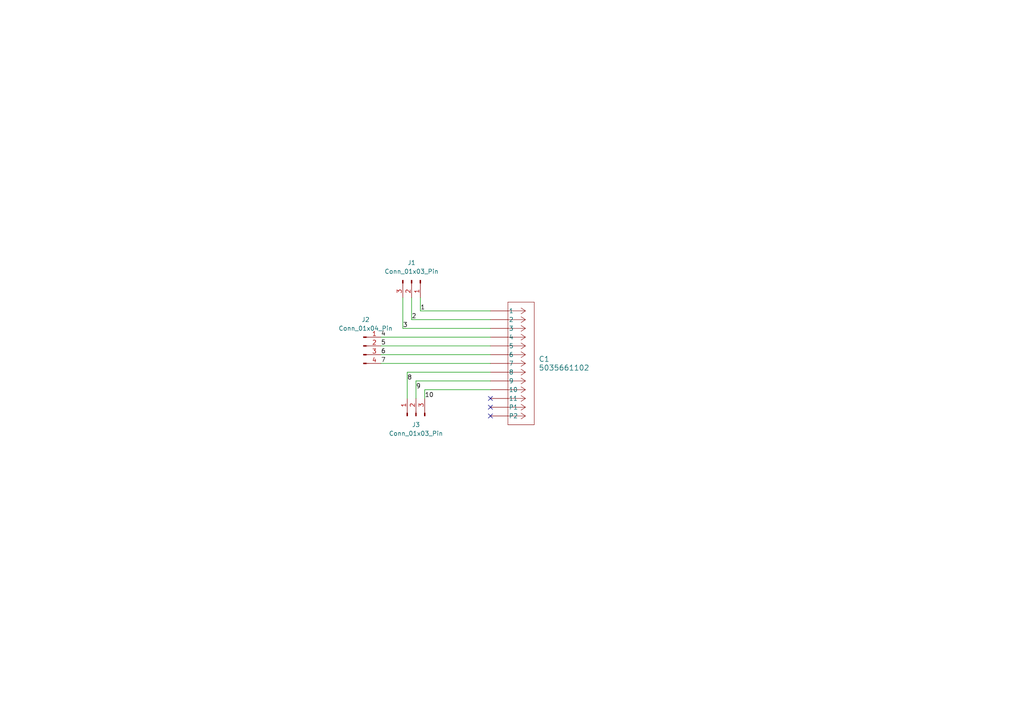
<source format=kicad_sch>
(kicad_sch (version 20250114) (generator "eeschema") (generator_version "9.0")
  (paper "A4")
  (lib_symbols
    (symbol "2025-07-15_04-16-56:5035661102" (pin_numbers (hide yes)) (pin_names (offset 0.254))
      (property "Reference" "J" (at 8.89 6.35 0))
      (property "Value" "5035661102" (at 0 0 0))
      (symbol "5035661102_1_1"
        (polyline (pts (xy 5.08 2.54) (xy 5.08 -33.02)) (stroke (width 0.127)))
        (polyline (pts (xy 5.08 -33.02) (xy 12.7 -33.02)) (stroke (width 0.127)))
        (polyline (pts (xy 10.16 0) (xy 5.08 0)) (stroke (width 0.127)))
        (polyline (pts (xy 10.16 0) (xy 8.89 0.8467)) (stroke (width 0.127)))
        (polyline (pts (xy 10.16 0) (xy 8.89 -0.8467)) (stroke (width 0.127)))
        (polyline (pts (xy 10.16 -2.54) (xy 5.08 -2.54)) (stroke (width 0.127)))
        (polyline (pts (xy 10.16 -2.54) (xy 8.89 -1.6933)) (stroke (width 0.127)))
        (polyline (pts (xy 10.16 -2.54) (xy 8.89 -3.3867)) (stroke (width 0.127)))
        (polyline (pts (xy 10.16 -5.08) (xy 5.08 -5.08)) (stroke (width 0.127)))
        (polyline (pts (xy 10.16 -5.08) (xy 8.89 -4.2333)) (stroke (width 0.127)))
        (polyline (pts (xy 10.16 -5.08) (xy 8.89 -5.9267)) (stroke (width 0.127)))
        (polyline (pts (xy 10.16 -7.62) (xy 5.08 -7.62)) (stroke (width 0.127)))
        (polyline (pts (xy 10.16 -7.62) (xy 8.89 -6.7733)) (stroke (width 0.127)))
        (polyline (pts (xy 10.16 -7.62) (xy 8.89 -8.4667)) (stroke (width 0.127)))
        (polyline (pts (xy 10.16 -10.16) (xy 5.08 -10.16)) (stroke (width 0.127)))
        (polyline (pts (xy 10.16 -10.16) (xy 8.89 -9.3133)) (stroke (width 0.127)))
        (polyline (pts (xy 10.16 -10.16) (xy 8.89 -11.0067)) (stroke (width 0.127)))
        (polyline (pts (xy 10.16 -12.7) (xy 5.08 -12.7)) (stroke (width 0.127)))
        (polyline (pts (xy 10.16 -12.7) (xy 8.89 -11.8533)) (stroke (width 0.127)))
        (polyline (pts (xy 10.16 -12.7) (xy 8.89 -13.5467)) (stroke (width 0.127)))
        (polyline (pts (xy 10.16 -15.24) (xy 5.08 -15.24)) (stroke (width 0.127)))
        (polyline (pts (xy 10.16 -15.24) (xy 8.89 -14.3933)) (stroke (width 0.127)))
        (polyline (pts (xy 10.16 -15.24) (xy 8.89 -16.0867)) (stroke (width 0.127)))
        (polyline (pts (xy 10.16 -17.78) (xy 5.08 -17.78)) (stroke (width 0.127)))
        (polyline (pts (xy 10.16 -17.78) (xy 8.89 -16.9333)) (stroke (width 0.127)))
        (polyline (pts (xy 10.16 -17.78) (xy 8.89 -18.6267)) (stroke (width 0.127)))
        (polyline (pts (xy 10.16 -20.32) (xy 5.08 -20.32)) (stroke (width 0.127)))
        (polyline (pts (xy 10.16 -20.32) (xy 8.89 -19.4733)) (stroke (width 0.127)))
        (polyline (pts (xy 10.16 -20.32) (xy 8.89 -21.1667)) (stroke (width 0.127)))
        (polyline (pts (xy 10.16 -22.86) (xy 5.08 -22.86)) (stroke (width 0.127)))
        (polyline (pts (xy 10.16 -22.86) (xy 8.89 -22.0133)) (stroke (width 0.127)))
        (polyline (pts (xy 10.16 -22.86) (xy 8.89 -23.7067)) (stroke (width 0.127)))
        (polyline (pts (xy 10.16 -25.4) (xy 5.08 -25.4)) (stroke (width 0.127)))
        (polyline (pts (xy 10.16 -25.4) (xy 8.89 -24.5533)) (stroke (width 0.127)))
        (polyline (pts (xy 10.16 -25.4) (xy 8.89 -26.2467)) (stroke (width 0.127)))
        (polyline (pts (xy 10.16 -27.94) (xy 5.08 -27.94)) (stroke (width 0.127)))
        (polyline (pts (xy 10.16 -27.94) (xy 8.89 -27.0933)) (stroke (width 0.127)))
        (polyline (pts (xy 10.16 -27.94) (xy 8.89 -28.7867)) (stroke (width 0.127)))
        (polyline (pts (xy 10.16 -30.48) (xy 5.08 -30.48)) (stroke (width 0.127)))
        (polyline (pts (xy 10.16 -30.48) (xy 8.89 -29.6333)) (stroke (width 0.127)))
        (polyline (pts (xy 10.16 -30.48) (xy 8.89 -31.3267)) (stroke (width 0.127)))
        (polyline (pts (xy 12.7 2.54) (xy 5.08 2.54)) (stroke (width 0.127)))
        (polyline (pts (xy 12.7 -33.02) (xy 12.7 2.54)) (stroke (width 0.127)))
        (pin unspecified line (at 0 0 0) (length 5.08) (name "1") (number "1"))
        (pin unspecified line (at 0 -2.54 0) (length 5.08) (name "2") (number "2"))
        (pin unspecified line (at 0 -5.08 0) (length 5.08) (name "3") (number "3"))
        (pin unspecified line (at 0 -7.62 0) (length 5.08) (name "4") (number "4"))
        (pin unspecified line (at 0 -10.16 0) (length 5.08) (name "5") (number "5"))
        (pin unspecified line (at 0 -12.7 0) (length 5.08) (name "6") (number "6"))
        (pin unspecified line (at 0 -15.24 0) (length 5.08) (name "7") (number "7"))
        (pin unspecified line (at 0 -17.78 0) (length 5.08) (name "8") (number "8"))
        (pin unspecified line (at 0 -20.32 0) (length 5.08) (name "9") (number "9"))
        (pin unspecified line (at 0 -22.86 0) (length 5.08) (name "10") (number "10"))
        (pin unspecified line (at 0 -25.4 0) (length 5.08) (name "11") (number "11"))
        (pin unspecified line (at 0 -27.94 0) (length 5.08) (name "P1") (number "P1"))
        (pin unspecified line (at 0 -30.48 0) (length 5.08) (name "P2") (number "P2"))
      )
      (symbol "5035661102_1_2"
        (polyline (pts (xy 5.08 2.54) (xy 5.08 -33.02)) (stroke (width 0.127)))
        (polyline (pts (xy 5.08 -33.02) (xy 12.7 -33.02)) (stroke (width 0.127)))
        (polyline (pts (xy 7.62 0) (xy 5.08 0)) (stroke (width 0.127)))
        (polyline (pts (xy 7.62 0) (xy 8.89 0.8467)) (stroke (width 0.127)))
        (polyline (pts (xy 7.62 0) (xy 8.89 -0.8467)) (stroke (width 0.127)))
        (polyline (pts (xy 7.62 -2.54) (xy 5.08 -2.54)) (stroke (width 0.127)))
        (polyline (pts (xy 7.62 -2.54) (xy 8.89 -1.6933)) (stroke (width 0.127)))
        (polyline (pts (xy 7.62 -2.54) (xy 8.89 -3.3867)) (stroke (width 0.127)))
        (polyline (pts (xy 7.62 -5.08) (xy 5.08 -5.08)) (stroke (width 0.127)))
        (polyline (pts (xy 7.62 -5.08) (xy 8.89 -4.2333)) (stroke (width 0.127)))
        (polyline (pts (xy 7.62 -5.08) (xy 8.89 -5.9267)) (stroke (width 0.127)))
        (polyline (pts (xy 7.62 -7.62) (xy 5.08 -7.62)) (stroke (width 0.127)))
        (polyline (pts (xy 7.62 -7.62) (xy 8.89 -6.7733)) (stroke (width 0.127)))
        (polyline (pts (xy 7.62 -7.62) (xy 8.89 -8.4667)) (stroke (width 0.127)))
        (polyline (pts (xy 7.62 -10.16) (xy 5.08 -10.16)) (stroke (width 0.127)))
        (polyline (pts (xy 7.62 -10.16) (xy 8.89 -9.3133)) (stroke (width 0.127)))
        (polyline (pts (xy 7.62 -10.16) (xy 8.89 -11.0067)) (stroke (width 0.127)))
        (polyline (pts (xy 7.62 -12.7) (xy 5.08 -12.7)) (stroke (width 0.127)))
        (polyline (pts (xy 7.62 -12.7) (xy 8.89 -11.8533)) (stroke (width 0.127)))
        (polyline (pts (xy 7.62 -12.7) (xy 8.89 -13.5467)) (stroke (width 0.127)))
        (polyline (pts (xy 7.62 -15.24) (xy 5.08 -15.24)) (stroke (width 0.127)))
        (polyline (pts (xy 7.62 -15.24) (xy 8.89 -14.3933)) (stroke (width 0.127)))
        (polyline (pts (xy 7.62 -15.24) (xy 8.89 -16.0867)) (stroke (width 0.127)))
        (polyline (pts (xy 7.62 -17.78) (xy 5.08 -17.78)) (stroke (width 0.127)))
        (polyline (pts (xy 7.62 -17.78) (xy 8.89 -16.9333)) (stroke (width 0.127)))
        (polyline (pts (xy 7.62 -17.78) (xy 8.89 -18.6267)) (stroke (width 0.127)))
        (polyline (pts (xy 7.62 -20.32) (xy 5.08 -20.32)) (stroke (width 0.127)))
        (polyline (pts (xy 7.62 -20.32) (xy 8.89 -19.4733)) (stroke (width 0.127)))
        (polyline (pts (xy 7.62 -20.32) (xy 8.89 -21.1667)) (stroke (width 0.127)))
        (polyline (pts (xy 7.62 -22.86) (xy 5.08 -22.86)) (stroke (width 0.127)))
        (polyline (pts (xy 7.62 -22.86) (xy 8.89 -22.0133)) (stroke (width 0.127)))
        (polyline (pts (xy 7.62 -22.86) (xy 8.89 -23.7067)) (stroke (width 0.127)))
        (polyline (pts (xy 7.62 -25.4) (xy 5.08 -25.4)) (stroke (width 0.127)))
        (polyline (pts (xy 7.62 -25.4) (xy 8.89 -24.5533)) (stroke (width 0.127)))
        (polyline (pts (xy 7.62 -25.4) (xy 8.89 -26.2467)) (stroke (width 0.127)))
        (polyline (pts (xy 7.62 -27.94) (xy 5.08 -27.94)) (stroke (width 0.127)))
        (polyline (pts (xy 7.62 -27.94) (xy 8.89 -27.0933)) (stroke (width 0.127)))
        (polyline (pts (xy 7.62 -27.94) (xy 8.89 -28.7867)) (stroke (width 0.127)))
        (polyline (pts (xy 7.62 -30.48) (xy 5.08 -30.48)) (stroke (width 0.127)))
        (polyline (pts (xy 7.62 -30.48) (xy 8.89 -29.6333)) (stroke (width 0.127)))
        (polyline (pts (xy 7.62 -30.48) (xy 8.89 -31.3267)) (stroke (width 0.127)))
        (polyline (pts (xy 12.7 2.54) (xy 5.08 2.54)) (stroke (width 0.127)))
        (polyline (pts (xy 12.7 -33.02) (xy 12.7 2.54)) (stroke (width 0.127)))
        (pin unspecified line (at 0 0 0) (length 5.08) (name "1") (number "1"))
        (pin unspecified line (at 0 -2.54 0) (length 5.08) (name "2") (number "2"))
        (pin unspecified line (at 0 -5.08 0) (length 5.08) (name "3") (number "3"))
        (pin unspecified line (at 0 -7.62 0) (length 5.08) (name "4") (number "4"))
        (pin unspecified line (at 0 -10.16 0) (length 5.08) (name "5") (number "5"))
        (pin unspecified line (at 0 -12.7 0) (length 5.08) (name "6") (number "6"))
        (pin unspecified line (at 0 -15.24 0) (length 5.08) (name "7") (number "7"))
        (pin unspecified line (at 0 -17.78 0) (length 5.08) (name "8") (number "8"))
        (pin unspecified line (at 0 -20.32 0) (length 5.08) (name "9") (number "9"))
        (pin unspecified line (at 0 -22.86 0) (length 5.08) (name "10") (number "10"))
        (pin unspecified line (at 0 -25.4 0) (length 5.08) (name "11") (number "11"))
        (pin unspecified line (at 0 -27.94 0) (length 5.08) (name "P1") (number "P1"))
        (pin unspecified line (at 0 -30.48 0) (length 5.08) (name "P2") (number "P2"))
      )
    )
    (symbol "Conn_01x03_Pin_1" (pin_names (offset 1.016) (hide yes))
      (property "Reference" "J" (at 0 5.08 0))
      (property "Value" "Conn_01x03_Pin" (at 0 -5.08 0))
      (symbol "Conn_01x03_Pin_1_1_1"
        (rectangle (start 0.8636 2.667) (end 0 2.413) (stroke (width 0.1524)) (fill (type outline)))
        (rectangle (start 0.8636 0.127) (end 0 -0.127) (stroke (width 0.1524)) (fill (type outline)))
        (rectangle (start 0.8636 -2.413) (end 0 -2.667) (stroke (width 0.1524)) (fill (type outline)))
        (polyline (pts (xy 1.27 2.54) (xy 0.8636 2.54)) (stroke (width 0.1524)))
        (polyline (pts (xy 1.27 0) (xy 0.8636 0)) (stroke (width 0.1524)))
        (polyline (pts (xy 1.27 -2.54) (xy 0.8636 -2.54)) (stroke (width 0.1524)))
        (pin passive line (at 5.08 2.54 180) (length 3.81) (name "Pin_1") (number "1"))
        (pin passive line (at 5.08 0 180) (length 3.81) (name "Pin_2") (number "2"))
        (pin passive line (at 5.08 -2.54 180) (length 3.81) (name "Pin_3") (number "3"))
      )
    )
    (symbol "Connector:Conn_01x03_Pin" (pin_names (offset 1.016) (hide yes))
      (property "Reference" "J" (at 0 5.08 0))
      (property "Value" "Conn_01x03_Pin" (at 0 -5.08 0))
      (symbol "Conn_01x03_Pin_1_1"
        (rectangle (start 0.8636 2.667) (end 0 2.413) (stroke (width 0.1524)) (fill (type outline)))
        (rectangle (start 0.8636 0.127) (end 0 -0.127) (stroke (width 0.1524)) (fill (type outline)))
        (rectangle (start 0.8636 -2.413) (end 0 -2.667) (stroke (width 0.1524)) (fill (type outline)))
        (polyline (pts (xy 1.27 2.54) (xy 0.8636 2.54)) (stroke (width 0.1524)))
        (polyline (pts (xy 1.27 0) (xy 0.8636 0)) (stroke (width 0.1524)))
        (polyline (pts (xy 1.27 -2.54) (xy 0.8636 -2.54)) (stroke (width 0.1524)))
        (pin passive line (at 5.08 2.54 180) (length 3.81) (name "Pin_1") (number "1"))
        (pin passive line (at 5.08 0 180) (length 3.81) (name "Pin_2") (number "2"))
        (pin passive line (at 5.08 -2.54 180) (length 3.81) (name "Pin_3") (number "3"))
      )
    )
    (symbol "Connector:Conn_01x04_Pin" (pin_names (offset 1.016) (hide yes))
      (property "Reference" "J" (at 0 5.08 0))
      (property "Value" "Conn_01x04_Pin" (at 0 -7.62 0))
      (symbol "Conn_01x04_Pin_1_1"
        (rectangle (start 0.8636 2.667) (end 0 2.413) (stroke (width 0.1524)) (fill (type outline)))
        (rectangle (start 0.8636 0.127) (end 0 -0.127) (stroke (width 0.1524)) (fill (type outline)))
        (rectangle (start 0.8636 -2.413) (end 0 -2.667) (stroke (width 0.1524)) (fill (type outline)))
        (rectangle (start 0.8636 -4.953) (end 0 -5.207) (stroke (width 0.1524)) (fill (type outline)))
        (polyline (pts (xy 1.27 2.54) (xy 0.8636 2.54)) (stroke (width 0.1524)))
        (polyline (pts (xy 1.27 0) (xy 0.8636 0)) (stroke (width 0.1524)))
        (polyline (pts (xy 1.27 -2.54) (xy 0.8636 -2.54)) (stroke (width 0.1524)))
        (polyline (pts (xy 1.27 -5.08) (xy 0.8636 -5.08)) (stroke (width 0.1524)))
        (pin passive line (at 5.08 2.54 180) (length 3.81) (name "Pin_1") (number "1"))
        (pin passive line (at 5.08 0 180) (length 3.81) (name "Pin_2") (number "2"))
        (pin passive line (at 5.08 -2.54 180) (length 3.81) (name "Pin_3") (number "3"))
        (pin passive line (at 5.08 -5.08 180) (length 3.81) (name "Pin_4") (number "4"))
      )
    )
  )
  (no_connect (at 142.24 120.65))
  (no_connect (at 142.24 118.11))
  (no_connect (at 142.24 115.57))
  (wire (pts (xy 110.49 102.87) (xy 142.24 102.87)))
  (wire (pts (xy 142.24 95.25) (xy 116.84 95.25)))
  (wire (pts (xy 120.65 110.49) (xy 120.65 115.57)))
  (wire (pts (xy 142.24 113.03) (xy 123.19 113.03)))
  (wire (pts (xy 142.24 107.95) (xy 118.11 107.95)))
  (wire (pts (xy 142.24 90.17) (xy 121.92 90.17)))
  (wire (pts (xy 119.38 86.36) (xy 119.38 92.71)))
  (wire (pts (xy 119.38 92.71) (xy 142.24 92.71)))
  (wire (pts (xy 116.84 86.36) (xy 116.84 95.25)))
  (wire (pts (xy 118.11 107.95) (xy 118.11 115.57)))
  (wire (pts (xy 110.49 105.41) (xy 142.24 105.41)))
  (wire (pts (xy 123.19 113.03) (xy 123.19 115.57)))
  (wire (pts (xy 142.24 110.49) (xy 120.65 110.49)))
  (wire (pts (xy 110.49 100.33) (xy 142.24 100.33)))
  (wire (pts (xy 121.92 90.17) (xy 121.92 86.36)))
  (wire (pts (xy 110.49 97.79) (xy 142.24 97.79)))
  (label "2" (at 119.38 92.71 0))
  (label "7" (at 110.49 105.41 0))
  (label "4" (at 110.49 97.79 0))
  (label "6" (at 110.49 102.87 0))
  (label "3" (at 116.84 95.25 0))
  (label "8" (at 118.11 110.49 0))
  (label "9" (at 120.65 113.03 0))
  (label "1" (at 121.92 90.17 0))
  (label "10" (at 123.19 115.57 0))
  (label "5" (at 110.49 100.33 0))
  (symbol (lib_id "Connector:Conn_01x04_Pin") (at 105.41 100.33 0) (unit 1)
    (property "Reference" "J2" (at 106.045 92.71 0))
    (property "Value" "Conn_01x04_Pin" (at 106.045 95.25 0))
    (property "Footprint" "CustomSolderPads:4-pad-sm-vert" (effects (hide yes)))
    (property "Description" "Generic connector, single row, 01x04, script generated" (effects (hide yes)))
  )
  (symbol (lib_id "2025-07-15_04-16-56:5035661102") (at 142.24 90.17 0) (unit 1)
    (property "Reference" "C1" (at 156.21 104.1399 0) (effects (font (size 1.524 1.524)) (justify left)))
    (property "Value" "5035661102" (at 156.21 106.6799 0) (effects (font (size 1.524 1.524)) (justify left)))
    (property "Footprint" "footprints:CON_5035661102_MOL" (effects (hide yes)))
    (property "Datasheet" "https://www.molex.com/en-us/products/part-detail-pdf/5035661102?display=pdf" (effects (hide yes)))
    (property "Description" "11p FPC -> 10p traces" (effects (hide yes)))
  )
  (symbol (lib_name "Conn_01x03_Pin_1") (lib_id "Connector:Conn_01x03_Pin") (at 119.38 81.28 270) (unit 1)
    (property "Reference" "J1" (at 119.38 76.2 90))
    (property "Value" "Conn_01x03_Pin" (at 119.38 78.74 90))
    (property "Footprint" "CustomSolderPads:3-pad-sm" (effects (hide yes)))
    (property "Description" "Generic connector, single row, 01x03, script generated" (effects (hide yes)))
  )
  (symbol (lib_id "Connector:Conn_01x03_Pin") (at 120.65 120.65 90) (unit 1)
    (property "Reference" "J3" (at 120.65 123.19 90))
    (property "Value" "Conn_01x03_Pin" (at 120.65 125.73 90))
    (property "Footprint" "CustomSolderPads:3-pad-sm" (effects (hide yes)))
    (property "Description" "Generic connector, single row, 01x03, script generated" (effects (hide yes)))
  )
)
</source>
